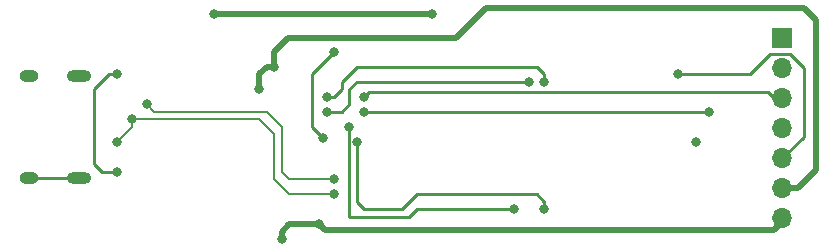
<source format=gbr>
%TF.GenerationSoftware,KiCad,Pcbnew,(6.0.8)*%
%TF.CreationDate,2022-11-25T19:56:48+01:00*%
%TF.ProjectId,esp32-cy7c65213-programmer,65737033-322d-4637-9937-633635323133,rev?*%
%TF.SameCoordinates,Original*%
%TF.FileFunction,Copper,L2,Bot*%
%TF.FilePolarity,Positive*%
%FSLAX46Y46*%
G04 Gerber Fmt 4.6, Leading zero omitted, Abs format (unit mm)*
G04 Created by KiCad (PCBNEW (6.0.8)) date 2022-11-25 19:56:48*
%MOMM*%
%LPD*%
G01*
G04 APERTURE LIST*
%TA.AperFunction,ComponentPad*%
%ADD10R,1.700000X1.700000*%
%TD*%
%TA.AperFunction,ComponentPad*%
%ADD11O,1.700000X1.700000*%
%TD*%
%TA.AperFunction,ComponentPad*%
%ADD12O,2.100000X1.000000*%
%TD*%
%TA.AperFunction,ComponentPad*%
%ADD13O,1.600000X1.000000*%
%TD*%
%TA.AperFunction,ViaPad*%
%ADD14C,0.800000*%
%TD*%
%TA.AperFunction,Conductor*%
%ADD15C,0.250000*%
%TD*%
%TA.AperFunction,Conductor*%
%ADD16C,0.500000*%
%TD*%
%TA.AperFunction,Conductor*%
%ADD17C,0.200000*%
%TD*%
G04 APERTURE END LIST*
D10*
%TO.P,J2,1,Pin_1*%
%TO.N,+3.3V*%
X156661000Y-101087000D03*
D11*
%TO.P,J2,2,Pin_2*%
%TO.N,RXD*%
X156661000Y-103627000D03*
%TO.P,J2,3,Pin_3*%
%TO.N,TXD*%
X156661000Y-106167000D03*
%TO.P,J2,4,Pin_4*%
%TO.N,BOOT*%
X156661000Y-108707000D03*
%TO.P,J2,5,Pin_5*%
%TO.N,EN*%
X156661000Y-111247000D03*
%TO.P,J2,6,Pin_6*%
%TO.N,VBUS*%
X156661000Y-113787000D03*
%TO.P,J2,7,Pin_7*%
%TO.N,GND*%
X156661000Y-116327000D03*
%TD*%
D12*
%TO.P,J1,S1,SHIELD*%
%TO.N,Net-(C1-Pad1)*%
X97110000Y-112905000D03*
D13*
X92930000Y-112905000D03*
X92930000Y-104265000D03*
D12*
X97110000Y-104265000D03*
%TD*%
D14*
%TO.N,GND*%
X100330000Y-112395000D03*
X118745000Y-102235000D03*
X114300000Y-118110000D03*
X100330000Y-104140000D03*
X117475000Y-116840000D03*
X117785000Y-109530000D03*
%TO.N,VBUS*%
X112395000Y-105410000D03*
X113665000Y-103505000D03*
%TO.N,+3.3V*%
X108585000Y-99060000D03*
X127000000Y-99060000D03*
%TO.N,D+*%
X100330000Y-109855000D03*
X118745000Y-114300000D03*
X101600000Y-107950000D03*
%TO.N,D-*%
X118745000Y-113030000D03*
X102870000Y-106680000D03*
%TO.N,RXD*%
X150495000Y-107325000D03*
X121285000Y-107315000D03*
%TO.N,EN*%
X147828000Y-104140000D03*
%TO.N,TXD*%
X121285000Y-106045000D03*
%TO.N,RTS*%
X118110000Y-107315000D03*
X135255000Y-104775000D03*
%TO.N,DTR*%
X118110000Y-106045000D03*
X149352000Y-109855000D03*
X136525000Y-104775000D03*
%TO.N,Net-(R6-Pad1)*%
X120650000Y-109855000D03*
X136525000Y-115570000D03*
%TO.N,Net-(R7-Pad1)*%
X120015000Y-108585000D03*
X133985000Y-115570000D03*
%TD*%
D15*
%TO.N,Net-(C1-Pad1)*%
X97110000Y-112905000D02*
X92930000Y-112905000D01*
D16*
%TO.N,GND*%
X155956000Y-117348000D02*
X117983000Y-117348000D01*
X114300000Y-117475000D02*
X114935000Y-116840000D01*
X114935000Y-116840000D02*
X117475000Y-116840000D01*
X117983000Y-117348000D02*
X117475000Y-116840000D01*
X114300000Y-118110000D02*
X114300000Y-117475000D01*
X156661000Y-116643000D02*
X155956000Y-117348000D01*
D15*
X100330000Y-112395000D02*
X99060000Y-112395000D01*
X98425000Y-111760000D02*
X98425000Y-105410000D01*
X116840000Y-108585000D02*
X116840000Y-104140000D01*
X117785000Y-109530000D02*
X116840000Y-108585000D01*
D16*
X156661000Y-116327000D02*
X156661000Y-116643000D01*
D15*
X99695000Y-104140000D02*
X100330000Y-104140000D01*
X99060000Y-112395000D02*
X98425000Y-111760000D01*
X116840000Y-104140000D02*
X118745000Y-102235000D01*
X98425000Y-105410000D02*
X99695000Y-104140000D01*
D16*
%TO.N,VBUS*%
X158496000Y-98552000D02*
X131572000Y-98552000D01*
X131572000Y-98552000D02*
X129032000Y-101092000D01*
X113665000Y-102235000D02*
X113665000Y-103505000D01*
X112395000Y-104140000D02*
X113030000Y-103505000D01*
X114808000Y-101092000D02*
X113665000Y-102235000D01*
X129032000Y-101092000D02*
X114808000Y-101092000D01*
X157983000Y-113787000D02*
X157988000Y-113792000D01*
X157988000Y-113792000D02*
X159512000Y-112268000D01*
X159512000Y-99568000D02*
X158496000Y-98552000D01*
X113030000Y-103505000D02*
X113665000Y-103505000D01*
X156661000Y-113787000D02*
X157983000Y-113787000D01*
X112395000Y-105410000D02*
X112395000Y-104140000D01*
X159512000Y-112268000D02*
X159512000Y-99568000D01*
%TO.N,+3.3V*%
X108585000Y-99060000D02*
X127000000Y-99060000D01*
D17*
%TO.N,D+*%
X101600000Y-108585000D02*
X100330000Y-109855000D01*
X101600000Y-107950000D02*
X101600000Y-108585000D01*
X114935000Y-114300000D02*
X113665000Y-113030000D01*
X118745000Y-114300000D02*
X114935000Y-114300000D01*
X113665000Y-109220000D02*
X112395000Y-107950000D01*
X112395000Y-107950000D02*
X101600000Y-107950000D01*
X113665000Y-113030000D02*
X113665000Y-109220000D01*
%TO.N,D-*%
X114300000Y-112395000D02*
X114300000Y-108585000D01*
X114935000Y-113030000D02*
X114300000Y-112395000D01*
X103505000Y-107315000D02*
X102870000Y-106680000D01*
X114300000Y-108585000D02*
X113030000Y-107315000D01*
X118745000Y-113030000D02*
X114935000Y-113030000D01*
X113030000Y-107315000D02*
X103505000Y-107315000D01*
D15*
%TO.N,RXD*%
X121285000Y-107315000D02*
X150495000Y-107325000D01*
%TO.N,EN*%
X153924000Y-104140000D02*
X147828000Y-104140000D01*
X158496000Y-109412000D02*
X158496000Y-103632000D01*
X156661000Y-111247000D02*
X158496000Y-109412000D01*
X155612000Y-102452000D02*
X153924000Y-104140000D01*
X158496000Y-103632000D02*
X157316000Y-102452000D01*
X157316000Y-102452000D02*
X155612000Y-102452000D01*
%TO.N,TXD*%
X155448000Y-105664000D02*
X121666000Y-105664000D01*
X156661000Y-106167000D02*
X155951000Y-106167000D01*
X155951000Y-106167000D02*
X155448000Y-105664000D01*
X121666000Y-105664000D02*
X121285000Y-106045000D01*
%TO.N,RTS*%
X119380000Y-107315000D02*
X120015000Y-106680000D01*
X120015000Y-105410000D02*
X120650000Y-104775000D01*
X120015000Y-106680000D02*
X120015000Y-105410000D01*
X120650000Y-104775000D02*
X135255000Y-104775000D01*
X118110000Y-107315000D02*
X119380000Y-107315000D01*
%TO.N,DTR*%
X136525000Y-104140000D02*
X136525000Y-104775000D01*
X118110000Y-106045000D02*
X118745000Y-106045000D01*
X120650000Y-103505000D02*
X135890000Y-103505000D01*
X119380000Y-104775000D02*
X120650000Y-103505000D01*
X119380000Y-105410000D02*
X119380000Y-104775000D01*
X135890000Y-103505000D02*
X136525000Y-104140000D01*
X118745000Y-106045000D02*
X119380000Y-105410000D01*
%TO.N,Net-(R6-Pad1)*%
X135890000Y-114300000D02*
X125730000Y-114300000D01*
X125730000Y-114300000D02*
X124460000Y-115570000D01*
X124460000Y-115570000D02*
X121285000Y-115570000D01*
X136525000Y-114935000D02*
X135890000Y-114300000D01*
X120650000Y-114935000D02*
X120650000Y-109855000D01*
X136525000Y-115570000D02*
X136525000Y-114935000D01*
X121285000Y-115570000D02*
X120650000Y-114935000D01*
%TO.N,Net-(R7-Pad1)*%
X125730000Y-115570000D02*
X125095000Y-116205000D01*
X133985000Y-115570000D02*
X125730000Y-115570000D01*
X125095000Y-116205000D02*
X120015000Y-116205000D01*
X120015000Y-116205000D02*
X120015000Y-108585000D01*
%TD*%
M02*

</source>
